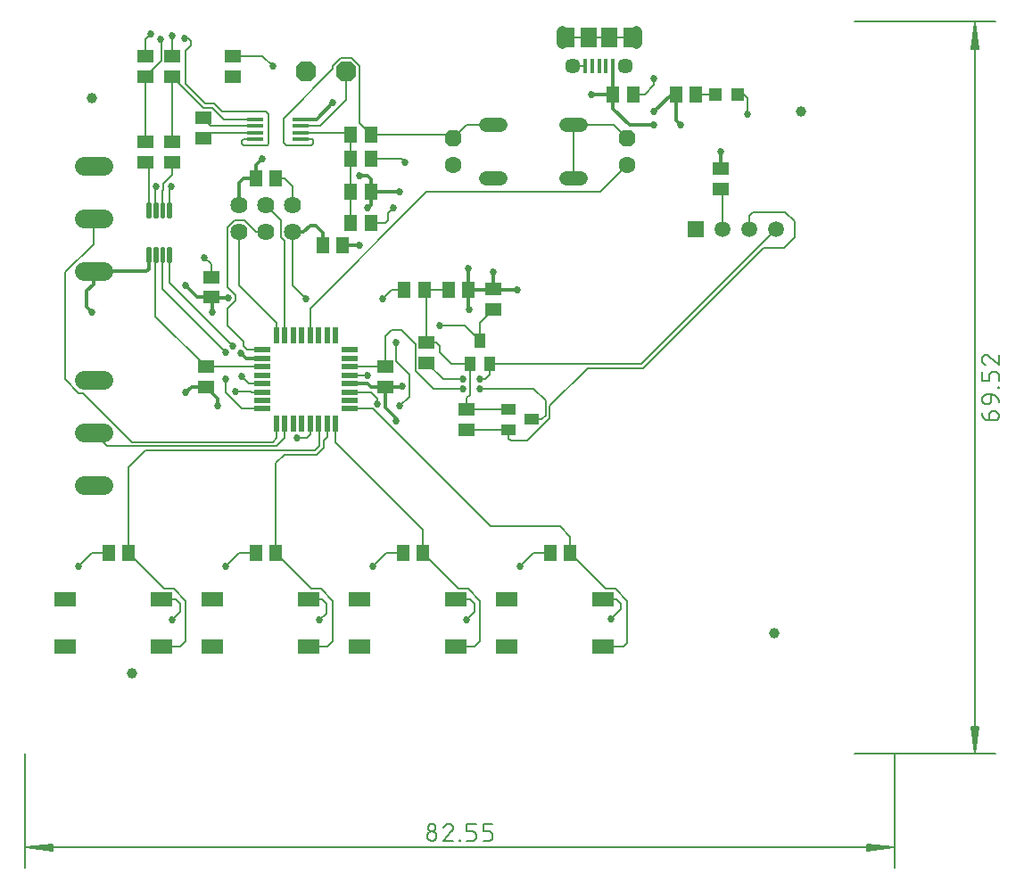
<source format=gtl>
G04 EAGLE Gerber RS-274X export*
G75*
%MOMM*%
%FSLAX34Y34*%
%LPD*%
%INTop Copper*%
%IPPOS*%
%AMOC8*
5,1,8,0,0,1.08239X$1,22.5*%
G01*
%ADD10C,0.130000*%
%ADD11C,0.152400*%
%ADD12R,1.300000X1.500000*%
%ADD13P,1.732040X8X112.500000*%
%ADD14C,1.600200*%
%ADD15R,1.500000X1.300000*%
%ADD16C,1.320800*%
%ADD17C,1.625600*%
%ADD18C,1.450000*%
%ADD19R,0.400000X1.350000*%
%ADD20R,1.500000X1.900000*%
%ADD21R,1.200000X1.900000*%
%ADD22C,1.108000*%
%ADD23P,2.089446X8X22.500000*%
%ADD24R,1.200000X1.200000*%
%ADD25R,1.000000X1.400000*%
%ADD26R,1.400000X1.000000*%
%ADD27C,1.800000*%
%ADD28R,2.108200X1.397000*%
%ADD29C,1.000000*%
%ADD30R,1.508000X1.508000*%
%ADD31C,1.508000*%
%ADD32C,0.226694*%
%ADD33C,0.222250*%
%ADD34R,1.600000X0.550000*%
%ADD35R,0.550000X1.600000*%
%ADD36R,1.498600X0.431800*%
%ADD37C,0.685800*%
%ADD38C,0.203200*%
%ADD39C,0.304800*%


D10*
X787200Y695200D02*
X921018Y695239D01*
X921218Y39D02*
X787400Y0D01*
X901718Y683D02*
X901518Y694583D01*
X904718Y669234D01*
X898333Y669232D01*
X901518Y694583D01*
X902826Y669233D01*
X900226Y669233D02*
X901518Y694583D01*
X904126Y669234D01*
X898926Y669232D02*
X901518Y694583D01*
X904903Y26034D02*
X901718Y683D01*
X904903Y26034D02*
X898518Y26032D01*
X901718Y683D01*
X903011Y26033D01*
X900411Y26033D02*
X901718Y683D01*
X904311Y26034D01*
X899111Y26032D02*
X901718Y683D01*
D11*
X915341Y316605D02*
X915341Y322024D01*
X915343Y322142D01*
X915349Y322260D01*
X915358Y322378D01*
X915372Y322495D01*
X915389Y322612D01*
X915410Y322729D01*
X915435Y322844D01*
X915464Y322959D01*
X915497Y323073D01*
X915533Y323185D01*
X915573Y323296D01*
X915616Y323406D01*
X915663Y323515D01*
X915713Y323622D01*
X915768Y323727D01*
X915825Y323830D01*
X915886Y323931D01*
X915950Y324031D01*
X916017Y324128D01*
X916087Y324223D01*
X916161Y324315D01*
X916237Y324406D01*
X916317Y324493D01*
X916399Y324578D01*
X916484Y324660D01*
X916571Y324740D01*
X916662Y324816D01*
X916754Y324890D01*
X916849Y324960D01*
X916946Y325027D01*
X917046Y325091D01*
X917147Y325152D01*
X917250Y325209D01*
X917355Y325264D01*
X917462Y325314D01*
X917571Y325361D01*
X917681Y325404D01*
X917792Y325444D01*
X917904Y325480D01*
X918018Y325513D01*
X918133Y325542D01*
X918248Y325567D01*
X918365Y325588D01*
X918482Y325605D01*
X918599Y325619D01*
X918717Y325628D01*
X918835Y325634D01*
X918953Y325636D01*
X919857Y325636D01*
X919857Y325637D02*
X919990Y325635D01*
X920122Y325629D01*
X920254Y325619D01*
X920386Y325606D01*
X920518Y325588D01*
X920648Y325567D01*
X920779Y325542D01*
X920908Y325513D01*
X921036Y325480D01*
X921164Y325444D01*
X921290Y325404D01*
X921415Y325360D01*
X921539Y325312D01*
X921661Y325261D01*
X921782Y325206D01*
X921901Y325148D01*
X922019Y325086D01*
X922134Y325021D01*
X922248Y324952D01*
X922359Y324881D01*
X922468Y324805D01*
X922575Y324727D01*
X922680Y324646D01*
X922782Y324561D01*
X922882Y324474D01*
X922979Y324384D01*
X923074Y324291D01*
X923165Y324195D01*
X923254Y324097D01*
X923340Y323996D01*
X923423Y323892D01*
X923503Y323786D01*
X923579Y323678D01*
X923653Y323568D01*
X923723Y323455D01*
X923790Y323341D01*
X923853Y323224D01*
X923913Y323106D01*
X923970Y322986D01*
X924023Y322864D01*
X924072Y322741D01*
X924118Y322617D01*
X924160Y322491D01*
X924198Y322364D01*
X924233Y322236D01*
X924264Y322107D01*
X924291Y321978D01*
X924314Y321847D01*
X924334Y321716D01*
X924349Y321584D01*
X924361Y321452D01*
X924369Y321320D01*
X924373Y321187D01*
X924373Y321055D01*
X924369Y320922D01*
X924361Y320790D01*
X924349Y320658D01*
X924334Y320526D01*
X924314Y320395D01*
X924291Y320264D01*
X924264Y320135D01*
X924233Y320006D01*
X924198Y319878D01*
X924160Y319751D01*
X924118Y319625D01*
X924072Y319501D01*
X924023Y319378D01*
X923970Y319256D01*
X923913Y319136D01*
X923853Y319018D01*
X923790Y318901D01*
X923723Y318787D01*
X923653Y318674D01*
X923579Y318564D01*
X923503Y318456D01*
X923423Y318350D01*
X923340Y318246D01*
X923254Y318145D01*
X923165Y318047D01*
X923074Y317951D01*
X922979Y317858D01*
X922882Y317768D01*
X922782Y317681D01*
X922680Y317596D01*
X922575Y317515D01*
X922468Y317437D01*
X922359Y317361D01*
X922248Y317290D01*
X922134Y317221D01*
X922019Y317156D01*
X921901Y317094D01*
X921782Y317036D01*
X921661Y316981D01*
X921539Y316930D01*
X921415Y316882D01*
X921290Y316838D01*
X921164Y316798D01*
X921036Y316762D01*
X920908Y316729D01*
X920779Y316700D01*
X920648Y316675D01*
X920518Y316654D01*
X920386Y316636D01*
X920254Y316623D01*
X920122Y316613D01*
X919990Y316607D01*
X919857Y316605D01*
X915341Y316605D01*
X915164Y316607D01*
X914986Y316614D01*
X914809Y316625D01*
X914633Y316640D01*
X914457Y316659D01*
X914281Y316683D01*
X914106Y316711D01*
X913931Y316744D01*
X913758Y316781D01*
X913585Y316822D01*
X913414Y316867D01*
X913244Y316916D01*
X913075Y316970D01*
X912907Y317027D01*
X912741Y317089D01*
X912576Y317155D01*
X912413Y317225D01*
X912252Y317299D01*
X912093Y317376D01*
X911935Y317458D01*
X911780Y317544D01*
X911627Y317633D01*
X911476Y317726D01*
X911327Y317823D01*
X911181Y317923D01*
X911037Y318027D01*
X910896Y318134D01*
X910758Y318245D01*
X910622Y318359D01*
X910489Y318477D01*
X910359Y318597D01*
X910232Y318721D01*
X910108Y318848D01*
X909988Y318978D01*
X909870Y319111D01*
X909756Y319246D01*
X909645Y319385D01*
X909538Y319526D01*
X909434Y319670D01*
X909334Y319816D01*
X909237Y319965D01*
X909144Y320116D01*
X909055Y320269D01*
X908969Y320424D01*
X908887Y320582D01*
X908810Y320741D01*
X908736Y320902D01*
X908666Y321065D01*
X908600Y321230D01*
X908538Y321396D01*
X908481Y321564D01*
X908427Y321733D01*
X908378Y321903D01*
X908333Y322074D01*
X908292Y322247D01*
X908255Y322420D01*
X908222Y322595D01*
X908194Y322770D01*
X908170Y322946D01*
X908151Y323122D01*
X908136Y323298D01*
X908125Y323475D01*
X908118Y323653D01*
X908116Y323830D01*
X917147Y335849D02*
X917147Y341268D01*
X917147Y335849D02*
X917145Y335731D01*
X917139Y335613D01*
X917130Y335495D01*
X917116Y335378D01*
X917099Y335261D01*
X917078Y335144D01*
X917053Y335029D01*
X917024Y334914D01*
X916991Y334800D01*
X916955Y334688D01*
X916915Y334577D01*
X916872Y334467D01*
X916825Y334358D01*
X916775Y334251D01*
X916720Y334146D01*
X916663Y334043D01*
X916602Y333942D01*
X916538Y333842D01*
X916471Y333745D01*
X916401Y333650D01*
X916327Y333558D01*
X916251Y333467D01*
X916171Y333380D01*
X916089Y333295D01*
X916004Y333213D01*
X915917Y333133D01*
X915826Y333057D01*
X915734Y332983D01*
X915639Y332913D01*
X915542Y332846D01*
X915442Y332782D01*
X915341Y332721D01*
X915238Y332664D01*
X915133Y332609D01*
X915026Y332559D01*
X914917Y332512D01*
X914807Y332469D01*
X914696Y332429D01*
X914584Y332393D01*
X914470Y332360D01*
X914355Y332331D01*
X914240Y332306D01*
X914123Y332285D01*
X914006Y332268D01*
X913889Y332254D01*
X913771Y332245D01*
X913653Y332239D01*
X913535Y332237D01*
X912632Y332237D01*
X912632Y332236D02*
X912499Y332238D01*
X912367Y332244D01*
X912235Y332254D01*
X912103Y332267D01*
X911971Y332285D01*
X911841Y332306D01*
X911710Y332331D01*
X911581Y332360D01*
X911453Y332393D01*
X911325Y332429D01*
X911199Y332469D01*
X911074Y332513D01*
X910950Y332561D01*
X910828Y332612D01*
X910707Y332667D01*
X910588Y332725D01*
X910470Y332787D01*
X910355Y332852D01*
X910241Y332921D01*
X910130Y332992D01*
X910021Y333068D01*
X909914Y333146D01*
X909809Y333227D01*
X909707Y333312D01*
X909607Y333399D01*
X909510Y333489D01*
X909415Y333582D01*
X909324Y333678D01*
X909235Y333776D01*
X909149Y333877D01*
X909066Y333981D01*
X908986Y334087D01*
X908910Y334195D01*
X908836Y334305D01*
X908766Y334418D01*
X908699Y334532D01*
X908636Y334649D01*
X908576Y334767D01*
X908519Y334887D01*
X908466Y335009D01*
X908417Y335132D01*
X908371Y335256D01*
X908329Y335382D01*
X908291Y335509D01*
X908256Y335637D01*
X908225Y335766D01*
X908198Y335895D01*
X908175Y336026D01*
X908155Y336157D01*
X908140Y336289D01*
X908128Y336421D01*
X908120Y336553D01*
X908116Y336686D01*
X908116Y336818D01*
X908120Y336951D01*
X908128Y337083D01*
X908140Y337215D01*
X908155Y337347D01*
X908175Y337478D01*
X908198Y337609D01*
X908225Y337738D01*
X908256Y337867D01*
X908291Y337995D01*
X908329Y338122D01*
X908371Y338248D01*
X908417Y338372D01*
X908466Y338495D01*
X908519Y338617D01*
X908576Y338737D01*
X908636Y338855D01*
X908699Y338972D01*
X908766Y339086D01*
X908836Y339199D01*
X908910Y339309D01*
X908986Y339417D01*
X909066Y339523D01*
X909149Y339627D01*
X909235Y339728D01*
X909324Y339826D01*
X909415Y339922D01*
X909510Y340015D01*
X909607Y340105D01*
X909707Y340192D01*
X909809Y340277D01*
X909914Y340358D01*
X910021Y340436D01*
X910130Y340512D01*
X910241Y340583D01*
X910355Y340652D01*
X910470Y340717D01*
X910588Y340779D01*
X910707Y340837D01*
X910828Y340892D01*
X910950Y340943D01*
X911074Y340991D01*
X911199Y341035D01*
X911325Y341075D01*
X911453Y341111D01*
X911581Y341144D01*
X911710Y341173D01*
X911841Y341198D01*
X911971Y341219D01*
X912103Y341237D01*
X912235Y341250D01*
X912367Y341260D01*
X912499Y341266D01*
X912632Y341268D01*
X917147Y341268D01*
X917322Y341266D01*
X917496Y341260D01*
X917670Y341249D01*
X917844Y341234D01*
X918018Y341215D01*
X918191Y341192D01*
X918363Y341165D01*
X918535Y341133D01*
X918706Y341098D01*
X918876Y341058D01*
X919045Y341014D01*
X919213Y340966D01*
X919380Y340914D01*
X919545Y340858D01*
X919709Y340798D01*
X919872Y340735D01*
X920032Y340667D01*
X920192Y340595D01*
X920349Y340520D01*
X920505Y340440D01*
X920658Y340357D01*
X920810Y340271D01*
X920959Y340180D01*
X921106Y340086D01*
X921251Y339989D01*
X921394Y339888D01*
X921534Y339784D01*
X921671Y339676D01*
X921806Y339565D01*
X921938Y339451D01*
X922067Y339334D01*
X922194Y339213D01*
X922317Y339090D01*
X922438Y338963D01*
X922555Y338834D01*
X922669Y338702D01*
X922780Y338567D01*
X922888Y338430D01*
X922992Y338290D01*
X923093Y338147D01*
X923190Y338002D01*
X923284Y337855D01*
X923375Y337706D01*
X923461Y337554D01*
X923544Y337401D01*
X923624Y337245D01*
X923699Y337088D01*
X923771Y336928D01*
X923839Y336768D01*
X923902Y336605D01*
X923962Y336441D01*
X924018Y336276D01*
X924070Y336109D01*
X924118Y335941D01*
X924162Y335772D01*
X924202Y335602D01*
X924237Y335431D01*
X924269Y335259D01*
X924296Y335087D01*
X924319Y334914D01*
X924338Y334740D01*
X924353Y334566D01*
X924364Y334392D01*
X924370Y334218D01*
X924372Y334043D01*
X924372Y347242D02*
X923469Y347242D01*
X923469Y348145D01*
X924372Y348145D01*
X924372Y347242D01*
X924372Y354120D02*
X924372Y359539D01*
X924370Y359657D01*
X924364Y359775D01*
X924355Y359893D01*
X924341Y360010D01*
X924324Y360127D01*
X924303Y360244D01*
X924278Y360359D01*
X924249Y360474D01*
X924216Y360588D01*
X924180Y360700D01*
X924140Y360811D01*
X924097Y360921D01*
X924050Y361030D01*
X924000Y361137D01*
X923945Y361242D01*
X923888Y361345D01*
X923827Y361446D01*
X923763Y361546D01*
X923696Y361643D01*
X923626Y361738D01*
X923552Y361830D01*
X923476Y361921D01*
X923396Y362008D01*
X923314Y362093D01*
X923229Y362175D01*
X923142Y362255D01*
X923051Y362331D01*
X922959Y362405D01*
X922864Y362475D01*
X922767Y362542D01*
X922667Y362606D01*
X922566Y362667D01*
X922463Y362724D01*
X922358Y362779D01*
X922251Y362829D01*
X922142Y362876D01*
X922032Y362919D01*
X921921Y362959D01*
X921809Y362995D01*
X921695Y363028D01*
X921580Y363057D01*
X921465Y363082D01*
X921348Y363103D01*
X921231Y363120D01*
X921114Y363134D01*
X920996Y363143D01*
X920878Y363149D01*
X920760Y363151D01*
X918953Y363151D01*
X918835Y363149D01*
X918717Y363143D01*
X918599Y363134D01*
X918482Y363120D01*
X918365Y363103D01*
X918248Y363082D01*
X918133Y363057D01*
X918018Y363028D01*
X917904Y362995D01*
X917792Y362959D01*
X917681Y362919D01*
X917571Y362876D01*
X917462Y362829D01*
X917355Y362779D01*
X917250Y362724D01*
X917147Y362667D01*
X917046Y362606D01*
X916946Y362542D01*
X916849Y362475D01*
X916754Y362405D01*
X916662Y362331D01*
X916571Y362255D01*
X916484Y362175D01*
X916399Y362093D01*
X916317Y362008D01*
X916237Y361921D01*
X916161Y361830D01*
X916087Y361738D01*
X916017Y361643D01*
X915950Y361546D01*
X915886Y361446D01*
X915825Y361345D01*
X915768Y361242D01*
X915713Y361137D01*
X915663Y361030D01*
X915616Y360921D01*
X915573Y360811D01*
X915533Y360700D01*
X915497Y360588D01*
X915464Y360474D01*
X915435Y360359D01*
X915410Y360244D01*
X915389Y360127D01*
X915372Y360010D01*
X915358Y359893D01*
X915349Y359775D01*
X915343Y359657D01*
X915341Y359539D01*
X915341Y354120D01*
X908116Y354120D01*
X908116Y363151D01*
X908116Y374719D02*
X908118Y374844D01*
X908124Y374969D01*
X908133Y375094D01*
X908147Y375218D01*
X908164Y375342D01*
X908185Y375466D01*
X908210Y375588D01*
X908239Y375710D01*
X908271Y375831D01*
X908307Y375951D01*
X908347Y376070D01*
X908390Y376187D01*
X908437Y376303D01*
X908488Y376418D01*
X908542Y376530D01*
X908600Y376642D01*
X908660Y376751D01*
X908725Y376858D01*
X908792Y376964D01*
X908863Y377067D01*
X908937Y377168D01*
X909014Y377267D01*
X909094Y377363D01*
X909177Y377457D01*
X909262Y377548D01*
X909351Y377637D01*
X909442Y377722D01*
X909536Y377805D01*
X909632Y377885D01*
X909731Y377962D01*
X909832Y378036D01*
X909935Y378107D01*
X910041Y378174D01*
X910148Y378239D01*
X910257Y378299D01*
X910369Y378357D01*
X910481Y378411D01*
X910596Y378462D01*
X910712Y378509D01*
X910829Y378552D01*
X910948Y378592D01*
X911068Y378628D01*
X911189Y378660D01*
X911311Y378689D01*
X911433Y378714D01*
X911557Y378735D01*
X911681Y378752D01*
X911805Y378766D01*
X911930Y378775D01*
X912055Y378781D01*
X912180Y378783D01*
X908116Y374719D02*
X908118Y374576D01*
X908124Y374434D01*
X908134Y374291D01*
X908147Y374149D01*
X908165Y374008D01*
X908186Y373866D01*
X908211Y373726D01*
X908240Y373586D01*
X908273Y373447D01*
X908310Y373309D01*
X908350Y373172D01*
X908394Y373037D01*
X908442Y372902D01*
X908494Y372769D01*
X908549Y372637D01*
X908608Y372507D01*
X908670Y372379D01*
X908736Y372252D01*
X908805Y372127D01*
X908877Y372004D01*
X908953Y371883D01*
X909032Y371765D01*
X909115Y371648D01*
X909200Y371534D01*
X909289Y371422D01*
X909380Y371313D01*
X909475Y371206D01*
X909572Y371101D01*
X909673Y371000D01*
X909776Y370901D01*
X909881Y370805D01*
X909990Y370712D01*
X910101Y370622D01*
X910214Y370535D01*
X910329Y370451D01*
X910447Y370371D01*
X910567Y370293D01*
X910689Y370219D01*
X910813Y370149D01*
X910939Y370081D01*
X911067Y370018D01*
X911196Y369957D01*
X911327Y369900D01*
X911459Y369847D01*
X911593Y369798D01*
X911728Y369752D01*
X915341Y377427D02*
X915249Y377521D01*
X915155Y377611D01*
X915058Y377699D01*
X914958Y377784D01*
X914856Y377866D01*
X914751Y377944D01*
X914644Y378020D01*
X914535Y378092D01*
X914424Y378161D01*
X914310Y378227D01*
X914195Y378289D01*
X914078Y378348D01*
X913959Y378403D01*
X913839Y378454D01*
X913717Y378502D01*
X913594Y378547D01*
X913470Y378587D01*
X913344Y378624D01*
X913217Y378657D01*
X913090Y378686D01*
X912961Y378712D01*
X912832Y378733D01*
X912702Y378751D01*
X912572Y378764D01*
X912442Y378774D01*
X912311Y378780D01*
X912180Y378782D01*
X915341Y377428D02*
X924372Y369751D01*
X924372Y378783D01*
D10*
X0Y0D02*
X0Y-108400D01*
X825500Y-108400D02*
X825500Y0D01*
X824850Y-88900D02*
X650Y-88900D01*
X26000Y-85708D01*
X26000Y-92092D01*
X650Y-88900D01*
X26000Y-87600D01*
X26000Y-90200D02*
X650Y-88900D01*
X26000Y-86300D01*
X26000Y-91500D02*
X650Y-88900D01*
X799500Y-85708D02*
X824850Y-88900D01*
X799500Y-85708D02*
X799500Y-92092D01*
X824850Y-88900D01*
X799500Y-87600D01*
X799500Y-90200D02*
X824850Y-88900D01*
X799500Y-86300D01*
X799500Y-91500D02*
X824850Y-88900D01*
D11*
X390634Y-77877D02*
X390632Y-77744D01*
X390626Y-77612D01*
X390616Y-77480D01*
X390603Y-77348D01*
X390585Y-77216D01*
X390564Y-77086D01*
X390539Y-76955D01*
X390510Y-76826D01*
X390477Y-76698D01*
X390441Y-76570D01*
X390401Y-76444D01*
X390357Y-76319D01*
X390309Y-76195D01*
X390258Y-76073D01*
X390203Y-75952D01*
X390145Y-75833D01*
X390083Y-75715D01*
X390018Y-75600D01*
X389949Y-75486D01*
X389878Y-75375D01*
X389802Y-75266D01*
X389724Y-75159D01*
X389643Y-75054D01*
X389558Y-74952D01*
X389471Y-74852D01*
X389381Y-74755D01*
X389288Y-74660D01*
X389192Y-74569D01*
X389094Y-74480D01*
X388993Y-74394D01*
X388889Y-74311D01*
X388783Y-74231D01*
X388675Y-74155D01*
X388565Y-74081D01*
X388452Y-74011D01*
X388338Y-73944D01*
X388221Y-73881D01*
X388103Y-73821D01*
X387983Y-73764D01*
X387861Y-73711D01*
X387738Y-73662D01*
X387614Y-73616D01*
X387488Y-73574D01*
X387361Y-73536D01*
X387233Y-73501D01*
X387104Y-73470D01*
X386975Y-73443D01*
X386844Y-73420D01*
X386713Y-73400D01*
X386581Y-73385D01*
X386449Y-73373D01*
X386317Y-73365D01*
X386184Y-73361D01*
X386052Y-73361D01*
X385919Y-73365D01*
X385787Y-73373D01*
X385655Y-73385D01*
X385523Y-73400D01*
X385392Y-73420D01*
X385261Y-73443D01*
X385132Y-73470D01*
X385003Y-73501D01*
X384875Y-73536D01*
X384748Y-73574D01*
X384622Y-73616D01*
X384498Y-73662D01*
X384375Y-73711D01*
X384253Y-73764D01*
X384133Y-73821D01*
X384015Y-73881D01*
X383898Y-73944D01*
X383784Y-74011D01*
X383671Y-74081D01*
X383561Y-74155D01*
X383453Y-74231D01*
X383347Y-74311D01*
X383243Y-74394D01*
X383142Y-74480D01*
X383044Y-74569D01*
X382948Y-74660D01*
X382855Y-74755D01*
X382765Y-74852D01*
X382678Y-74952D01*
X382593Y-75054D01*
X382512Y-75159D01*
X382434Y-75266D01*
X382358Y-75375D01*
X382287Y-75486D01*
X382218Y-75600D01*
X382153Y-75715D01*
X382091Y-75833D01*
X382033Y-75952D01*
X381978Y-76073D01*
X381927Y-76195D01*
X381879Y-76319D01*
X381835Y-76444D01*
X381795Y-76570D01*
X381759Y-76698D01*
X381726Y-76826D01*
X381697Y-76955D01*
X381672Y-77086D01*
X381651Y-77216D01*
X381633Y-77348D01*
X381620Y-77480D01*
X381610Y-77612D01*
X381604Y-77744D01*
X381602Y-77877D01*
X381604Y-78010D01*
X381610Y-78142D01*
X381620Y-78274D01*
X381633Y-78406D01*
X381651Y-78538D01*
X381672Y-78668D01*
X381697Y-78799D01*
X381726Y-78928D01*
X381759Y-79056D01*
X381795Y-79184D01*
X381835Y-79310D01*
X381879Y-79435D01*
X381927Y-79559D01*
X381978Y-79681D01*
X382033Y-79802D01*
X382091Y-79921D01*
X382153Y-80039D01*
X382218Y-80154D01*
X382287Y-80268D01*
X382358Y-80379D01*
X382434Y-80488D01*
X382512Y-80595D01*
X382593Y-80700D01*
X382678Y-80802D01*
X382765Y-80902D01*
X382855Y-80999D01*
X382948Y-81094D01*
X383044Y-81185D01*
X383142Y-81274D01*
X383243Y-81360D01*
X383347Y-81443D01*
X383453Y-81523D01*
X383561Y-81599D01*
X383671Y-81673D01*
X383784Y-81743D01*
X383898Y-81810D01*
X384015Y-81873D01*
X384133Y-81933D01*
X384253Y-81990D01*
X384375Y-82043D01*
X384498Y-82092D01*
X384622Y-82138D01*
X384748Y-82180D01*
X384875Y-82218D01*
X385003Y-82253D01*
X385132Y-82284D01*
X385261Y-82311D01*
X385392Y-82334D01*
X385523Y-82354D01*
X385655Y-82369D01*
X385787Y-82381D01*
X385919Y-82389D01*
X386052Y-82393D01*
X386184Y-82393D01*
X386317Y-82389D01*
X386449Y-82381D01*
X386581Y-82369D01*
X386713Y-82354D01*
X386844Y-82334D01*
X386975Y-82311D01*
X387104Y-82284D01*
X387233Y-82253D01*
X387361Y-82218D01*
X387488Y-82180D01*
X387614Y-82138D01*
X387738Y-82092D01*
X387861Y-82043D01*
X387983Y-81990D01*
X388103Y-81933D01*
X388221Y-81873D01*
X388338Y-81810D01*
X388452Y-81743D01*
X388565Y-81673D01*
X388675Y-81599D01*
X388783Y-81523D01*
X388889Y-81443D01*
X388993Y-81360D01*
X389094Y-81274D01*
X389192Y-81185D01*
X389288Y-81094D01*
X389381Y-80999D01*
X389471Y-80902D01*
X389558Y-80802D01*
X389643Y-80700D01*
X389724Y-80595D01*
X389802Y-80488D01*
X389878Y-80379D01*
X389949Y-80268D01*
X390018Y-80154D01*
X390083Y-80039D01*
X390145Y-79921D01*
X390203Y-79802D01*
X390258Y-79681D01*
X390309Y-79559D01*
X390357Y-79435D01*
X390401Y-79310D01*
X390441Y-79184D01*
X390477Y-79056D01*
X390510Y-78928D01*
X390539Y-78799D01*
X390564Y-78668D01*
X390585Y-78538D01*
X390603Y-78406D01*
X390616Y-78274D01*
X390626Y-78142D01*
X390632Y-78010D01*
X390634Y-77877D01*
X389730Y-69749D02*
X389728Y-69630D01*
X389722Y-69510D01*
X389712Y-69391D01*
X389698Y-69273D01*
X389681Y-69154D01*
X389659Y-69037D01*
X389634Y-68920D01*
X389604Y-68805D01*
X389571Y-68690D01*
X389534Y-68576D01*
X389494Y-68464D01*
X389449Y-68353D01*
X389401Y-68244D01*
X389350Y-68136D01*
X389295Y-68030D01*
X389236Y-67926D01*
X389174Y-67824D01*
X389109Y-67724D01*
X389040Y-67626D01*
X388968Y-67530D01*
X388893Y-67437D01*
X388816Y-67347D01*
X388735Y-67259D01*
X388651Y-67174D01*
X388564Y-67092D01*
X388475Y-67012D01*
X388383Y-66936D01*
X388289Y-66862D01*
X388192Y-66792D01*
X388094Y-66725D01*
X387993Y-66661D01*
X387889Y-66601D01*
X387784Y-66544D01*
X387677Y-66491D01*
X387569Y-66441D01*
X387459Y-66395D01*
X387347Y-66353D01*
X387234Y-66314D01*
X387120Y-66279D01*
X387005Y-66248D01*
X386888Y-66220D01*
X386771Y-66197D01*
X386654Y-66177D01*
X386535Y-66161D01*
X386416Y-66149D01*
X386297Y-66141D01*
X386178Y-66137D01*
X386058Y-66137D01*
X385939Y-66141D01*
X385820Y-66149D01*
X385701Y-66161D01*
X385582Y-66177D01*
X385465Y-66197D01*
X385348Y-66220D01*
X385231Y-66248D01*
X385116Y-66279D01*
X385002Y-66314D01*
X384889Y-66353D01*
X384777Y-66395D01*
X384667Y-66441D01*
X384559Y-66491D01*
X384452Y-66544D01*
X384347Y-66601D01*
X384243Y-66661D01*
X384142Y-66725D01*
X384044Y-66792D01*
X383947Y-66862D01*
X383853Y-66936D01*
X383761Y-67012D01*
X383672Y-67092D01*
X383585Y-67174D01*
X383501Y-67259D01*
X383420Y-67347D01*
X383343Y-67437D01*
X383268Y-67530D01*
X383196Y-67626D01*
X383127Y-67724D01*
X383062Y-67824D01*
X383000Y-67926D01*
X382941Y-68030D01*
X382886Y-68136D01*
X382835Y-68244D01*
X382787Y-68353D01*
X382742Y-68464D01*
X382702Y-68576D01*
X382665Y-68690D01*
X382632Y-68805D01*
X382602Y-68920D01*
X382577Y-69037D01*
X382555Y-69154D01*
X382538Y-69273D01*
X382524Y-69391D01*
X382514Y-69510D01*
X382508Y-69630D01*
X382506Y-69749D01*
X382508Y-69868D01*
X382514Y-69988D01*
X382524Y-70107D01*
X382538Y-70225D01*
X382555Y-70344D01*
X382577Y-70461D01*
X382602Y-70578D01*
X382632Y-70693D01*
X382665Y-70808D01*
X382702Y-70922D01*
X382742Y-71034D01*
X382787Y-71145D01*
X382835Y-71254D01*
X382886Y-71362D01*
X382941Y-71468D01*
X383000Y-71572D01*
X383062Y-71674D01*
X383127Y-71774D01*
X383196Y-71872D01*
X383268Y-71968D01*
X383343Y-72061D01*
X383420Y-72151D01*
X383501Y-72239D01*
X383585Y-72324D01*
X383672Y-72406D01*
X383761Y-72486D01*
X383853Y-72562D01*
X383947Y-72636D01*
X384044Y-72706D01*
X384142Y-72773D01*
X384243Y-72837D01*
X384347Y-72897D01*
X384452Y-72954D01*
X384559Y-73007D01*
X384667Y-73057D01*
X384777Y-73103D01*
X384889Y-73145D01*
X385002Y-73184D01*
X385116Y-73219D01*
X385231Y-73250D01*
X385348Y-73278D01*
X385465Y-73301D01*
X385582Y-73321D01*
X385701Y-73337D01*
X385820Y-73349D01*
X385939Y-73357D01*
X386058Y-73361D01*
X386178Y-73361D01*
X386297Y-73357D01*
X386416Y-73349D01*
X386535Y-73337D01*
X386654Y-73321D01*
X386771Y-73301D01*
X386888Y-73278D01*
X387005Y-73250D01*
X387120Y-73219D01*
X387234Y-73184D01*
X387347Y-73145D01*
X387459Y-73103D01*
X387569Y-73057D01*
X387677Y-73007D01*
X387784Y-72954D01*
X387889Y-72897D01*
X387993Y-72837D01*
X388094Y-72773D01*
X388192Y-72706D01*
X388289Y-72636D01*
X388383Y-72562D01*
X388475Y-72486D01*
X388564Y-72406D01*
X388651Y-72324D01*
X388735Y-72239D01*
X388816Y-72151D01*
X388893Y-72061D01*
X388968Y-71968D01*
X389040Y-71872D01*
X389109Y-71774D01*
X389174Y-71674D01*
X389236Y-71572D01*
X389295Y-71468D01*
X389350Y-71362D01*
X389401Y-71254D01*
X389449Y-71145D01*
X389494Y-71034D01*
X389534Y-70922D01*
X389571Y-70808D01*
X389604Y-70693D01*
X389634Y-70578D01*
X389659Y-70461D01*
X389681Y-70344D01*
X389698Y-70225D01*
X389712Y-70107D01*
X389722Y-69988D01*
X389728Y-69868D01*
X389730Y-69749D01*
X402200Y-66137D02*
X402325Y-66139D01*
X402450Y-66145D01*
X402575Y-66154D01*
X402699Y-66168D01*
X402823Y-66185D01*
X402947Y-66206D01*
X403069Y-66231D01*
X403191Y-66260D01*
X403312Y-66292D01*
X403432Y-66328D01*
X403551Y-66368D01*
X403668Y-66411D01*
X403784Y-66458D01*
X403899Y-66509D01*
X404011Y-66563D01*
X404123Y-66621D01*
X404232Y-66681D01*
X404339Y-66746D01*
X404445Y-66813D01*
X404548Y-66884D01*
X404649Y-66958D01*
X404748Y-67035D01*
X404844Y-67115D01*
X404938Y-67198D01*
X405029Y-67283D01*
X405118Y-67372D01*
X405203Y-67463D01*
X405286Y-67557D01*
X405366Y-67653D01*
X405443Y-67752D01*
X405517Y-67853D01*
X405588Y-67956D01*
X405655Y-68062D01*
X405720Y-68169D01*
X405780Y-68278D01*
X405838Y-68390D01*
X405892Y-68502D01*
X405943Y-68617D01*
X405990Y-68733D01*
X406033Y-68850D01*
X406073Y-68969D01*
X406109Y-69089D01*
X406141Y-69210D01*
X406170Y-69332D01*
X406195Y-69454D01*
X406216Y-69578D01*
X406233Y-69702D01*
X406247Y-69826D01*
X406256Y-69951D01*
X406262Y-70076D01*
X406264Y-70201D01*
X402200Y-66137D02*
X402057Y-66139D01*
X401915Y-66145D01*
X401772Y-66155D01*
X401630Y-66168D01*
X401489Y-66186D01*
X401347Y-66207D01*
X401207Y-66232D01*
X401067Y-66261D01*
X400928Y-66294D01*
X400790Y-66331D01*
X400653Y-66371D01*
X400518Y-66415D01*
X400383Y-66463D01*
X400250Y-66515D01*
X400118Y-66570D01*
X399988Y-66629D01*
X399860Y-66691D01*
X399733Y-66757D01*
X399608Y-66826D01*
X399485Y-66898D01*
X399364Y-66974D01*
X399246Y-67053D01*
X399129Y-67136D01*
X399015Y-67221D01*
X398903Y-67310D01*
X398794Y-67401D01*
X398687Y-67496D01*
X398582Y-67593D01*
X398481Y-67694D01*
X398382Y-67797D01*
X398286Y-67902D01*
X398193Y-68011D01*
X398103Y-68122D01*
X398016Y-68235D01*
X397932Y-68350D01*
X397852Y-68468D01*
X397774Y-68588D01*
X397700Y-68710D01*
X397630Y-68834D01*
X397562Y-68960D01*
X397499Y-69088D01*
X397438Y-69217D01*
X397381Y-69348D01*
X397328Y-69480D01*
X397279Y-69614D01*
X397233Y-69749D01*
X404909Y-73362D02*
X405003Y-73270D01*
X405093Y-73176D01*
X405181Y-73079D01*
X405266Y-72979D01*
X405348Y-72877D01*
X405426Y-72772D01*
X405502Y-72665D01*
X405574Y-72556D01*
X405643Y-72445D01*
X405709Y-72331D01*
X405771Y-72216D01*
X405830Y-72099D01*
X405885Y-71980D01*
X405936Y-71860D01*
X405984Y-71738D01*
X406029Y-71615D01*
X406069Y-71491D01*
X406106Y-71365D01*
X406139Y-71238D01*
X406168Y-71111D01*
X406194Y-70982D01*
X406215Y-70853D01*
X406233Y-70723D01*
X406246Y-70593D01*
X406256Y-70463D01*
X406262Y-70332D01*
X406264Y-70201D01*
X404910Y-73362D02*
X397233Y-82393D01*
X406264Y-82393D01*
X412239Y-82393D02*
X412239Y-81490D01*
X413142Y-81490D01*
X413142Y-82393D01*
X412239Y-82393D01*
X419117Y-82393D02*
X424536Y-82393D01*
X424654Y-82391D01*
X424772Y-82385D01*
X424890Y-82376D01*
X425007Y-82362D01*
X425124Y-82345D01*
X425241Y-82324D01*
X425356Y-82299D01*
X425471Y-82270D01*
X425585Y-82237D01*
X425697Y-82201D01*
X425808Y-82161D01*
X425918Y-82118D01*
X426027Y-82071D01*
X426134Y-82021D01*
X426239Y-81966D01*
X426342Y-81909D01*
X426443Y-81848D01*
X426543Y-81784D01*
X426640Y-81717D01*
X426735Y-81647D01*
X426827Y-81573D01*
X426918Y-81497D01*
X427005Y-81417D01*
X427090Y-81335D01*
X427172Y-81250D01*
X427252Y-81163D01*
X427328Y-81072D01*
X427402Y-80980D01*
X427472Y-80885D01*
X427539Y-80788D01*
X427603Y-80688D01*
X427664Y-80587D01*
X427721Y-80484D01*
X427776Y-80379D01*
X427826Y-80272D01*
X427873Y-80163D01*
X427916Y-80053D01*
X427956Y-79942D01*
X427992Y-79830D01*
X428025Y-79716D01*
X428054Y-79601D01*
X428079Y-79486D01*
X428100Y-79369D01*
X428117Y-79252D01*
X428131Y-79135D01*
X428140Y-79017D01*
X428146Y-78899D01*
X428148Y-78781D01*
X428148Y-76974D01*
X428146Y-76856D01*
X428140Y-76738D01*
X428131Y-76620D01*
X428117Y-76503D01*
X428100Y-76386D01*
X428079Y-76269D01*
X428054Y-76154D01*
X428025Y-76039D01*
X427992Y-75925D01*
X427956Y-75813D01*
X427916Y-75702D01*
X427873Y-75592D01*
X427826Y-75483D01*
X427776Y-75376D01*
X427721Y-75271D01*
X427664Y-75168D01*
X427603Y-75067D01*
X427539Y-74967D01*
X427472Y-74870D01*
X427402Y-74775D01*
X427328Y-74683D01*
X427252Y-74592D01*
X427172Y-74505D01*
X427090Y-74420D01*
X427005Y-74338D01*
X426918Y-74258D01*
X426827Y-74182D01*
X426735Y-74108D01*
X426640Y-74038D01*
X426543Y-73971D01*
X426443Y-73907D01*
X426342Y-73846D01*
X426239Y-73789D01*
X426134Y-73734D01*
X426027Y-73684D01*
X425918Y-73637D01*
X425808Y-73594D01*
X425697Y-73554D01*
X425585Y-73518D01*
X425471Y-73485D01*
X425356Y-73456D01*
X425241Y-73431D01*
X425124Y-73410D01*
X425007Y-73393D01*
X424890Y-73379D01*
X424772Y-73370D01*
X424654Y-73364D01*
X424536Y-73362D01*
X419117Y-73362D01*
X419117Y-66137D01*
X428148Y-66137D01*
X434748Y-82393D02*
X440167Y-82393D01*
X440285Y-82391D01*
X440403Y-82385D01*
X440521Y-82376D01*
X440638Y-82362D01*
X440755Y-82345D01*
X440872Y-82324D01*
X440987Y-82299D01*
X441102Y-82270D01*
X441216Y-82237D01*
X441328Y-82201D01*
X441439Y-82161D01*
X441549Y-82118D01*
X441658Y-82071D01*
X441765Y-82021D01*
X441870Y-81966D01*
X441973Y-81909D01*
X442074Y-81848D01*
X442174Y-81784D01*
X442271Y-81717D01*
X442366Y-81647D01*
X442458Y-81573D01*
X442549Y-81497D01*
X442636Y-81417D01*
X442721Y-81335D01*
X442803Y-81250D01*
X442883Y-81163D01*
X442959Y-81072D01*
X443033Y-80980D01*
X443103Y-80885D01*
X443170Y-80788D01*
X443234Y-80688D01*
X443295Y-80587D01*
X443352Y-80484D01*
X443407Y-80379D01*
X443457Y-80272D01*
X443504Y-80163D01*
X443547Y-80053D01*
X443587Y-79942D01*
X443623Y-79830D01*
X443656Y-79716D01*
X443685Y-79601D01*
X443710Y-79486D01*
X443731Y-79369D01*
X443748Y-79252D01*
X443762Y-79135D01*
X443771Y-79017D01*
X443777Y-78899D01*
X443779Y-78781D01*
X443779Y-76974D01*
X443777Y-76856D01*
X443771Y-76738D01*
X443762Y-76620D01*
X443748Y-76503D01*
X443731Y-76386D01*
X443710Y-76269D01*
X443685Y-76154D01*
X443656Y-76039D01*
X443623Y-75925D01*
X443587Y-75813D01*
X443547Y-75702D01*
X443504Y-75592D01*
X443457Y-75483D01*
X443407Y-75376D01*
X443352Y-75271D01*
X443295Y-75168D01*
X443234Y-75067D01*
X443170Y-74967D01*
X443103Y-74870D01*
X443033Y-74775D01*
X442959Y-74683D01*
X442883Y-74592D01*
X442803Y-74505D01*
X442721Y-74420D01*
X442636Y-74338D01*
X442549Y-74258D01*
X442458Y-74182D01*
X442366Y-74108D01*
X442271Y-74038D01*
X442174Y-73971D01*
X442074Y-73907D01*
X441973Y-73846D01*
X441870Y-73789D01*
X441765Y-73734D01*
X441658Y-73684D01*
X441549Y-73637D01*
X441439Y-73594D01*
X441328Y-73554D01*
X441216Y-73518D01*
X441102Y-73485D01*
X440987Y-73456D01*
X440872Y-73431D01*
X440755Y-73410D01*
X440638Y-73393D01*
X440521Y-73379D01*
X440403Y-73370D01*
X440285Y-73364D01*
X440167Y-73362D01*
X434748Y-73362D01*
X434748Y-66137D01*
X443779Y-66137D01*
D12*
X377800Y190500D03*
X358800Y190500D03*
X558190Y626110D03*
X577190Y626110D03*
D13*
X571500Y584200D03*
D14*
X571500Y558800D03*
D13*
X406400Y584200D03*
D14*
X406400Y558800D03*
D12*
X309270Y504190D03*
X328270Y504190D03*
X238100Y190500D03*
X219100Y190500D03*
X98400Y190500D03*
X79400Y190500D03*
X517500Y190500D03*
X498500Y190500D03*
D15*
X176530Y452730D03*
X176530Y433730D03*
D12*
X219100Y546100D03*
X238100Y546100D03*
D16*
X437896Y546100D02*
X451104Y546100D01*
X514096Y546100D02*
X527304Y546100D01*
X527304Y596900D02*
X514096Y596900D01*
X451104Y596900D02*
X437896Y596900D01*
D17*
X228600Y495300D03*
X228600Y520700D03*
X203200Y520700D03*
X203200Y495300D03*
X254000Y495300D03*
X254000Y520700D03*
D18*
X569830Y653410D03*
X519830Y653410D03*
D19*
X557830Y653410D03*
X551330Y653410D03*
X544830Y653410D03*
X538330Y653410D03*
X531830Y653410D03*
D20*
X554830Y680410D03*
X534830Y680410D03*
D21*
X573830Y680410D03*
X515830Y680410D03*
D22*
X579830Y685950D02*
X579830Y674870D01*
X509830Y674870D02*
X509830Y685950D01*
D23*
X304800Y647700D03*
X266700Y647700D03*
D24*
X675980Y626110D03*
X654980Y626110D03*
D25*
X431800Y392000D03*
X441300Y370000D03*
X422300Y370000D03*
D26*
X480900Y317500D03*
X458900Y308000D03*
X458900Y327000D03*
D27*
X74000Y354800D02*
X56000Y354800D01*
X56000Y304800D02*
X74000Y304800D01*
X74000Y254800D02*
X56000Y254800D01*
D12*
X636880Y626110D03*
X617880Y626110D03*
D15*
X660400Y536600D03*
X660400Y555600D03*
X168910Y584860D03*
X168910Y603860D03*
D12*
X328270Y533400D03*
X309270Y533400D03*
X328270Y588010D03*
X309270Y588010D03*
X309270Y565150D03*
X328270Y565150D03*
X379070Y440690D03*
X360070Y440690D03*
D15*
X341630Y367640D03*
X341630Y348640D03*
X381000Y371500D03*
X381000Y390500D03*
X419100Y308000D03*
X419100Y327000D03*
D27*
X74000Y558000D02*
X56000Y558000D01*
X56000Y508000D02*
X74000Y508000D01*
X74000Y458000D02*
X56000Y458000D01*
D15*
X114300Y643280D03*
X114300Y662280D03*
X139700Y562000D03*
X139700Y581000D03*
X139700Y643280D03*
X139700Y662280D03*
X114300Y562000D03*
X114300Y581000D03*
D12*
X282600Y482600D03*
X301600Y482600D03*
D15*
X444500Y422300D03*
X444500Y441300D03*
D12*
X420980Y440690D03*
X401980Y440690D03*
D28*
X177800Y101600D03*
X268986Y101600D03*
X177800Y146558D03*
X268986Y146558D03*
X457200Y101600D03*
X548386Y101600D03*
X457200Y146558D03*
X548386Y146558D03*
X317500Y101600D03*
X408686Y101600D03*
X317500Y146558D03*
X408686Y146558D03*
X38100Y101600D03*
X129286Y101600D03*
X38100Y146558D03*
X129286Y146558D03*
D29*
X711200Y114300D03*
D30*
X636270Y497840D03*
D31*
X661670Y497840D03*
X687070Y497840D03*
X712470Y497840D03*
D32*
X118339Y480617D02*
X118339Y467883D01*
X116161Y467883D01*
X116161Y480617D01*
X118339Y480617D01*
X118339Y470037D02*
X116161Y470037D01*
X116161Y472191D02*
X118339Y472191D01*
X118339Y474345D02*
X116161Y474345D01*
X116161Y476499D02*
X118339Y476499D01*
X118339Y478653D02*
X116161Y478653D01*
D33*
X124861Y480639D02*
X124861Y467861D01*
X122639Y467861D01*
X122639Y480639D01*
X124861Y480639D01*
X124861Y469973D02*
X122639Y469973D01*
X122639Y472085D02*
X124861Y472085D01*
X124861Y474197D02*
X122639Y474197D01*
X122639Y476309D02*
X124861Y476309D01*
X124861Y478421D02*
X122639Y478421D01*
X122639Y480533D02*
X124861Y480533D01*
X131361Y480639D02*
X131361Y467861D01*
X129139Y467861D01*
X129139Y480639D01*
X131361Y480639D01*
X131361Y469973D02*
X129139Y469973D01*
X129139Y472085D02*
X131361Y472085D01*
X131361Y474197D02*
X129139Y474197D01*
X129139Y476309D02*
X131361Y476309D01*
X131361Y478421D02*
X129139Y478421D01*
X129139Y480533D02*
X131361Y480533D01*
X137861Y480639D02*
X137861Y467861D01*
X135639Y467861D01*
X135639Y480639D01*
X137861Y480639D01*
X137861Y469973D02*
X135639Y469973D01*
X135639Y472085D02*
X137861Y472085D01*
X137861Y474197D02*
X135639Y474197D01*
X135639Y476309D02*
X137861Y476309D01*
X137861Y478421D02*
X135639Y478421D01*
X135639Y480533D02*
X137861Y480533D01*
X135639Y509961D02*
X135639Y522739D01*
X137861Y522739D01*
X137861Y509961D01*
X135639Y509961D01*
X135639Y512073D02*
X137861Y512073D01*
X137861Y514185D02*
X135639Y514185D01*
X135639Y516297D02*
X137861Y516297D01*
X137861Y518409D02*
X135639Y518409D01*
X135639Y520521D02*
X137861Y520521D01*
X137861Y522633D02*
X135639Y522633D01*
X129139Y522739D02*
X129139Y509961D01*
X129139Y522739D02*
X131361Y522739D01*
X131361Y509961D01*
X129139Y509961D01*
X129139Y512073D02*
X131361Y512073D01*
X131361Y514185D02*
X129139Y514185D01*
X129139Y516297D02*
X131361Y516297D01*
X131361Y518409D02*
X129139Y518409D01*
X129139Y520521D02*
X131361Y520521D01*
X131361Y522633D02*
X129139Y522633D01*
X122639Y522739D02*
X122639Y509961D01*
X122639Y522739D02*
X124861Y522739D01*
X124861Y509961D01*
X122639Y509961D01*
X122639Y512073D02*
X124861Y512073D01*
X124861Y514185D02*
X122639Y514185D01*
X122639Y516297D02*
X124861Y516297D01*
X124861Y518409D02*
X122639Y518409D01*
X122639Y520521D02*
X124861Y520521D01*
X124861Y522633D02*
X122639Y522633D01*
X116139Y522739D02*
X116139Y509961D01*
X116139Y522739D02*
X118361Y522739D01*
X118361Y509961D01*
X116139Y509961D01*
X116139Y512073D02*
X118361Y512073D01*
X118361Y514185D02*
X116139Y514185D01*
X116139Y516297D02*
X118361Y516297D01*
X118361Y518409D02*
X116139Y518409D01*
X116139Y520521D02*
X118361Y520521D01*
X118361Y522633D02*
X116139Y522633D01*
D29*
X101600Y76200D03*
X736600Y609600D03*
X63500Y622300D03*
D34*
X308500Y327600D03*
X308500Y335600D03*
X308500Y343600D03*
X308500Y351600D03*
X308500Y359600D03*
X308500Y367600D03*
X308500Y375600D03*
X308500Y383600D03*
D35*
X294700Y397400D03*
X286700Y397400D03*
X278700Y397400D03*
X270700Y397400D03*
X262700Y397400D03*
X254700Y397400D03*
X246700Y397400D03*
X238700Y397400D03*
D34*
X224900Y383600D03*
X224900Y375600D03*
X224900Y367600D03*
X224900Y359600D03*
X224900Y351600D03*
X224900Y343600D03*
X224900Y335600D03*
X224900Y327600D03*
D35*
X238700Y313800D03*
X246700Y313800D03*
X254700Y313800D03*
X262700Y313800D03*
X270700Y313800D03*
X278700Y313800D03*
X286700Y313800D03*
X294700Y313800D03*
D36*
X218186Y602742D03*
X218186Y596392D03*
X218186Y589788D03*
X218186Y583438D03*
X261874Y583438D03*
X261874Y589788D03*
X261874Y596392D03*
X261874Y602742D03*
D15*
X196850Y662280D03*
X196850Y643280D03*
X171450Y348640D03*
X171450Y367640D03*
D37*
X234950Y652780D03*
X339090Y431800D03*
X685800Y607060D03*
X596900Y641350D03*
X360680Y561340D03*
X138430Y538480D03*
X124460Y538480D03*
X50800Y177800D03*
X190500Y177800D03*
X330200Y177800D03*
X469900Y177800D03*
X325120Y359410D03*
D38*
X324930Y359600D02*
X308500Y359600D01*
X324930Y359600D02*
X325120Y359410D01*
D37*
X205740Y358140D03*
D38*
X212280Y351600D02*
X224900Y351600D01*
X212280Y351600D02*
X205740Y358140D01*
X203200Y190500D02*
X219100Y190500D01*
X203200Y190500D02*
X190500Y177800D01*
X79400Y190500D02*
X63500Y190500D01*
X50800Y177800D01*
X342900Y190500D02*
X358800Y190500D01*
X342900Y190500D02*
X330200Y177800D01*
X482600Y190500D02*
X498500Y190500D01*
X482600Y190500D02*
X469900Y177800D01*
X548386Y146558D02*
X560832Y146558D01*
X565150Y142240D01*
X565150Y137160D01*
X556260Y128270D01*
D37*
X556260Y128270D03*
D38*
X422402Y146558D02*
X408686Y146558D01*
X422402Y146558D02*
X426720Y142240D01*
X426720Y134620D01*
X419100Y127000D01*
D37*
X419100Y127000D03*
D38*
X281432Y146558D02*
X268986Y146558D01*
X281432Y146558D02*
X285750Y142240D01*
X285750Y133350D01*
X279400Y127000D01*
D37*
X279400Y127000D03*
D38*
X143002Y146558D02*
X129286Y146558D01*
X143002Y146558D02*
X147320Y142240D01*
X147320Y134620D01*
X139700Y127000D01*
D37*
X139700Y127000D03*
D38*
X123750Y516350D02*
X123750Y537770D01*
X124460Y538480D01*
X136750Y536800D02*
X136750Y516350D01*
X136750Y536800D02*
X138430Y538480D01*
X196850Y662280D02*
X225450Y662280D01*
X234950Y652780D01*
X139700Y662280D02*
X139700Y681990D01*
D37*
X139700Y681990D03*
D38*
X114300Y678180D02*
X114300Y662280D01*
X114300Y678180D02*
X119380Y683260D01*
D37*
X119380Y683260D03*
D38*
X328270Y565150D02*
X356870Y565150D01*
X360680Y561340D01*
X577190Y626110D02*
X588010Y626110D01*
X596900Y635000D01*
X596900Y641350D01*
X675980Y626110D02*
X681990Y626110D01*
X685800Y622300D01*
X685800Y607060D01*
X341630Y504190D02*
X328270Y504190D01*
X341630Y504190D02*
X344170Y506730D01*
D37*
X349250Y518160D03*
D38*
X344170Y513080D02*
X344170Y506730D01*
X344170Y513080D02*
X349250Y518160D01*
X347980Y440690D02*
X360070Y440690D01*
X347980Y440690D02*
X339090Y431800D01*
X515830Y680410D02*
X534830Y680410D01*
X554830Y680410D01*
X573830Y680410D01*
X515830Y680410D02*
X509830Y680410D01*
X573830Y680410D02*
X579830Y680410D01*
X531830Y653410D02*
X519830Y653410D01*
X246380Y546100D02*
X238100Y546100D01*
X246380Y546100D02*
X254000Y538480D01*
X254000Y520700D01*
X176530Y464820D02*
X176530Y452730D01*
X176530Y464820D02*
X170180Y471170D01*
D37*
X170180Y471170D03*
D38*
X98400Y190500D02*
X132309Y156591D01*
X141090Y156591D01*
X152400Y145281D01*
X152400Y106680D02*
X147320Y101600D01*
X129286Y101600D01*
X152400Y106680D02*
X152400Y145281D01*
X98400Y190500D02*
X98400Y272136D01*
X114300Y288036D01*
X275336Y288036D01*
X279400Y292100D01*
X279400Y313100D01*
X278700Y313800D01*
X238100Y190500D02*
X272009Y156591D01*
X280790Y156591D01*
X292100Y145281D01*
X292100Y106680D02*
X287020Y101600D01*
X268986Y101600D01*
X292100Y106680D02*
X292100Y145281D01*
X238100Y190500D02*
X238100Y276200D01*
X277019Y283972D02*
X283464Y290417D01*
X245872Y283972D02*
X238100Y276200D01*
X245872Y283972D02*
X277019Y283972D01*
X283464Y297434D02*
X287020Y300990D01*
X287020Y313480D01*
X286700Y313800D01*
X283464Y297434D02*
X283464Y290417D01*
X377800Y190500D02*
X411709Y156591D01*
X420490Y156591D01*
X431800Y145281D01*
X426720Y101600D02*
X408686Y101600D01*
X431800Y106680D02*
X431800Y145281D01*
X431800Y106680D02*
X426720Y101600D01*
X377800Y190500D02*
X377800Y212750D01*
X294700Y295850D02*
X294700Y313800D01*
X294700Y295850D02*
X377800Y212750D01*
X517500Y190500D02*
X551409Y156591D01*
X560190Y156591D01*
X571500Y145281D01*
X571500Y105410D02*
X567690Y101600D01*
X548386Y101600D01*
X571500Y105410D02*
X571500Y145281D01*
X517500Y190500D02*
X517500Y206400D01*
X508000Y215900D01*
X441960Y215900D01*
X330200Y327660D01*
X308560Y327660D01*
X308500Y327600D01*
X238760Y299720D02*
X235204Y296164D01*
X238760Y299720D02*
X238760Y313740D01*
X238700Y313800D01*
X65000Y484100D02*
X65000Y508000D01*
X65000Y484100D02*
X38100Y457200D01*
X51010Y342752D02*
X54758Y342752D01*
X101346Y296164D01*
X51010Y342752D02*
X38100Y355662D01*
X38100Y457200D01*
X101346Y296164D02*
X235204Y296164D01*
X77700Y292100D02*
X65000Y304800D01*
X246700Y300040D02*
X246700Y313800D01*
X238760Y292100D02*
X77700Y292100D01*
X238760Y292100D02*
X246700Y300040D01*
X636880Y626110D02*
X654980Y626110D01*
X130250Y474250D02*
X130250Y441250D01*
X190500Y381000D01*
D37*
X190500Y381000D03*
X190500Y355600D03*
D38*
X190500Y342900D01*
X205800Y327600D02*
X224900Y327600D01*
X205800Y327600D02*
X190500Y342900D01*
X171490Y367600D02*
X171450Y367640D01*
X171490Y367600D02*
X224900Y367600D01*
X171450Y367640D02*
X123750Y415340D01*
X123750Y474250D01*
X136750Y474250D02*
X136750Y447322D01*
X196786Y387286D01*
D37*
X196786Y387286D03*
D38*
X215200Y343600D02*
X224900Y343600D01*
D37*
X199390Y344170D03*
D38*
X214630Y344170D01*
X215200Y343600D01*
X130250Y516350D02*
X130250Y535110D01*
X130937Y535797D01*
X130937Y541147D01*
X139700Y549910D02*
X139700Y562000D01*
X139700Y549910D02*
X130937Y541147D01*
X117250Y559050D02*
X117250Y516350D01*
X117250Y559050D02*
X114300Y562000D01*
X520700Y546100D02*
X520700Y596900D01*
X558800Y596900D01*
X571500Y584200D01*
X406400Y584200D02*
X402590Y588010D01*
X328270Y588010D01*
X406400Y584200D02*
X419100Y596900D01*
X444500Y596900D01*
X272542Y583438D02*
X261874Y583438D01*
X272542Y583438D02*
X273050Y582930D01*
X273050Y579120D01*
X271780Y577850D01*
X247650Y577850D01*
X245110Y580390D01*
X245110Y603250D01*
X292100Y652961D02*
X299539Y660400D01*
X310061Y660400D01*
X317500Y652961D01*
X292100Y652961D02*
X292100Y650240D01*
X317500Y598780D02*
X328270Y588010D01*
X317500Y598780D02*
X317500Y652961D01*
X292100Y650240D02*
X245110Y603250D01*
X270700Y423100D02*
X270700Y397400D01*
X546100Y533400D02*
X571500Y558800D01*
X381000Y533400D02*
X270700Y423100D01*
X381000Y533400D02*
X546100Y533400D01*
X238700Y409000D02*
X238700Y397400D01*
X203200Y444500D02*
X203200Y495300D01*
X203200Y444500D02*
X238700Y409000D01*
X192024Y499929D02*
X198571Y506476D01*
X207829Y506476D01*
X219005Y495300D01*
X228600Y495300D01*
X224900Y383600D02*
X210760Y383600D01*
X207327Y387033D02*
X207327Y391652D01*
X192024Y406956D01*
X207327Y387033D02*
X210760Y383600D01*
X199517Y430387D02*
X199517Y435753D01*
X192024Y443246D02*
X192024Y499929D01*
X192024Y422894D02*
X192024Y406956D01*
X199517Y435753D02*
X192024Y443246D01*
X199517Y430387D02*
X192024Y422894D01*
X246700Y397400D02*
X246700Y486795D01*
X242824Y490671D01*
X242824Y506476D02*
X228600Y520700D01*
X242824Y506476D02*
X242824Y490671D01*
X254000Y495300D02*
X254000Y444500D01*
X266700Y431800D01*
D37*
X266700Y431800D03*
X257810Y300339D03*
D38*
X267319Y300339D01*
X270700Y303720D02*
X270700Y313800D01*
X270700Y303720D02*
X267319Y300339D01*
D39*
X264160Y495300D02*
X270510Y501650D01*
X264160Y495300D02*
X254000Y495300D01*
X282600Y494640D02*
X282600Y482600D01*
X275590Y501650D02*
X270510Y501650D01*
X275590Y501650D02*
X282600Y494640D01*
D38*
X129152Y658132D02*
X114300Y643280D01*
X129152Y658132D02*
X129152Y670043D01*
X129605Y670495D01*
X152400Y667891D02*
X152400Y636327D01*
X171255Y617472D02*
X179356Y617472D01*
X187228Y609600D02*
X228600Y609600D01*
X187228Y609600D02*
X179356Y617472D01*
X171255Y617472D02*
X152400Y636327D01*
X228600Y609600D02*
X231140Y607060D01*
X231140Y579120D02*
X229870Y577850D01*
X207010Y577850D01*
X205740Y579120D01*
X205740Y581660D01*
X207518Y583438D01*
X218186Y583438D01*
X231140Y579120D02*
X231140Y607060D01*
X114300Y581000D02*
X114300Y643280D01*
X129605Y670495D02*
X129605Y676845D01*
X128270Y678180D01*
D37*
X128270Y678180D03*
X151130Y679450D03*
D38*
X154940Y679450D01*
X157480Y676910D01*
X157480Y672971D01*
X152400Y667891D01*
X139700Y643280D02*
X169572Y613408D01*
X177673Y613408D01*
X188339Y602742D02*
X218186Y602742D01*
X188339Y602742D02*
X177673Y613408D01*
X139700Y643280D02*
X139700Y581000D01*
X280162Y596392D02*
X304800Y621030D01*
X304800Y647700D01*
X280162Y596392D02*
X261874Y596392D01*
X660400Y536600D02*
X661670Y535330D01*
X661670Y497840D01*
X309270Y565150D02*
X309270Y588010D01*
X309270Y565150D02*
X309270Y533400D01*
X309270Y504190D01*
X307492Y589788D02*
X261874Y589788D01*
X307492Y589788D02*
X309270Y588010D01*
X176378Y596392D02*
X168910Y603860D01*
X176378Y596392D02*
X218186Y596392D01*
X173838Y589788D02*
X168910Y584860D01*
X173838Y589788D02*
X218186Y589788D01*
X379070Y440690D02*
X381000Y438760D01*
X381000Y390500D01*
X379070Y440690D02*
X401980Y440690D01*
X393700Y387350D02*
X393700Y381000D01*
X393700Y387350D02*
X390550Y390500D01*
X381000Y390500D01*
X419100Y327000D02*
X458900Y327000D01*
X422300Y370000D02*
X404700Y370000D01*
X393700Y381000D01*
X422300Y341020D02*
X419100Y337820D01*
X419100Y327000D01*
X422300Y341020D02*
X422300Y370000D01*
X431800Y409600D02*
X444500Y422300D01*
X431800Y409600D02*
X431800Y392000D01*
X417400Y406400D01*
X393700Y406400D01*
D37*
X393700Y406400D03*
D38*
X328360Y343600D02*
X308500Y343600D01*
X329630Y342330D02*
X332868Y339092D01*
D37*
X352178Y390278D03*
D38*
X328360Y343600D02*
X329630Y342330D01*
X352178Y372992D02*
X352178Y390278D01*
X364617Y360553D02*
X364617Y346567D01*
X364617Y360553D02*
X352178Y372992D01*
X332868Y339092D02*
X334645Y337315D01*
X334645Y332375D01*
D37*
X334645Y332375D03*
X355600Y330200D03*
D38*
X364617Y339217D01*
X364617Y346567D01*
X441300Y370000D02*
X584630Y370000D01*
X712470Y497840D01*
X415290Y355600D02*
X396900Y355600D01*
D37*
X415290Y355600D03*
X431800Y355600D03*
D38*
X396900Y355600D02*
X381000Y371500D01*
X431800Y355600D02*
X436880Y355600D01*
X441300Y360020D02*
X441300Y370000D01*
X441300Y360020D02*
X436880Y355600D01*
X308540Y367640D02*
X308500Y367600D01*
X308540Y367640D02*
X341630Y367640D01*
X480900Y317500D02*
X490220Y317500D01*
X494030Y321310D01*
X494030Y335280D01*
X370452Y363738D02*
X370452Y389008D01*
X356870Y402590D01*
X347980Y402590D01*
X341630Y396240D01*
X341630Y367640D01*
X387480Y346710D02*
X415290Y346710D01*
D37*
X415290Y346710D03*
X431800Y346710D03*
D38*
X482600Y346710D02*
X494030Y335280D01*
X482600Y346710D02*
X431800Y346710D01*
X387480Y346710D02*
X370452Y363738D01*
X419100Y308000D02*
X458900Y308000D01*
X458900Y299290D01*
X461010Y297180D01*
X476891Y297180D01*
X498094Y318384D01*
X498094Y330200D01*
X533830Y365936D01*
X586313Y365936D01*
X700739Y480361D01*
X720391Y480361D01*
X730250Y490220D01*
X730250Y505460D01*
X721360Y514350D01*
X690880Y514350D01*
X687070Y510540D01*
X687070Y497840D01*
D39*
X557830Y626470D02*
X557830Y653410D01*
X557830Y626470D02*
X558190Y626110D01*
X537210Y626110D01*
D37*
X537210Y626110D03*
X596900Y609600D03*
D39*
X613410Y626110D01*
X617880Y626110D01*
X660400Y571500D02*
X660400Y555600D01*
D37*
X660400Y571500D03*
X622300Y596900D03*
D39*
X617880Y601320D01*
X617880Y626110D01*
X444500Y457200D02*
X444500Y441300D01*
D37*
X444500Y457200D03*
D39*
X443890Y440690D02*
X420980Y440690D01*
X443890Y440690D02*
X444500Y441300D01*
D37*
X355600Y533400D03*
D39*
X328270Y533400D01*
X558190Y612750D02*
X558190Y626110D01*
X574040Y596900D02*
X596900Y596900D01*
D37*
X596900Y596900D03*
D39*
X574040Y596900D02*
X558190Y612750D01*
D37*
X467360Y440690D03*
D39*
X445110Y440690D01*
X444500Y441300D01*
X317500Y482600D02*
X301600Y482600D01*
D37*
X317500Y482600D03*
X420370Y461010D03*
D39*
X420370Y441300D01*
X420980Y440690D01*
X219100Y546100D02*
X219100Y559460D01*
X224790Y565150D01*
D37*
X224790Y565150D03*
X292100Y618490D03*
D39*
X276352Y602742D01*
X261874Y602742D01*
D37*
X152400Y444500D03*
D39*
X163170Y433730D01*
X176530Y433730D01*
X177800Y432460D01*
X177800Y419100D01*
D37*
X177800Y419100D03*
X204970Y380230D03*
D39*
X209600Y375600D01*
X224900Y375600D01*
X308500Y351600D02*
X325310Y351600D01*
X328738Y348172D01*
X341162Y348172D02*
X341630Y348640D01*
X341162Y348172D02*
X328738Y348172D01*
X328270Y521310D02*
X328270Y533400D01*
X328270Y521310D02*
X325120Y518160D01*
D37*
X325120Y518160D03*
X193040Y433070D03*
D39*
X177190Y433070D01*
X176530Y433730D01*
X117250Y460150D02*
X117250Y474250D01*
X115100Y458000D02*
X65000Y458000D01*
X115100Y458000D02*
X117250Y460150D01*
D37*
X63500Y419100D03*
D39*
X328270Y533400D02*
X328270Y545490D01*
X325120Y548640D01*
X317500Y548640D01*
D37*
X317500Y548640D03*
D39*
X341630Y348640D02*
X357530Y348640D01*
X358140Y349250D01*
D37*
X358140Y349250D03*
X421640Y421640D03*
D39*
X420980Y422300D01*
X420980Y440690D01*
X171450Y348640D02*
X158140Y348640D01*
X152400Y342900D01*
D37*
X152400Y342900D03*
D39*
X171450Y348640D02*
X182880Y337210D01*
X182880Y330200D01*
D37*
X182880Y330200D03*
X351790Y316230D03*
D39*
X351790Y318770D01*
X341630Y328930D02*
X341630Y348640D01*
X341630Y328930D02*
X351790Y318770D01*
X63500Y419100D02*
X58420Y424180D01*
X65000Y446000D02*
X65000Y458000D01*
X58420Y439420D02*
X58420Y424180D01*
X58420Y439420D02*
X65000Y446000D01*
X207010Y546100D02*
X219100Y546100D01*
X207010Y546100D02*
X203200Y542290D01*
X203200Y520700D01*
M02*

</source>
